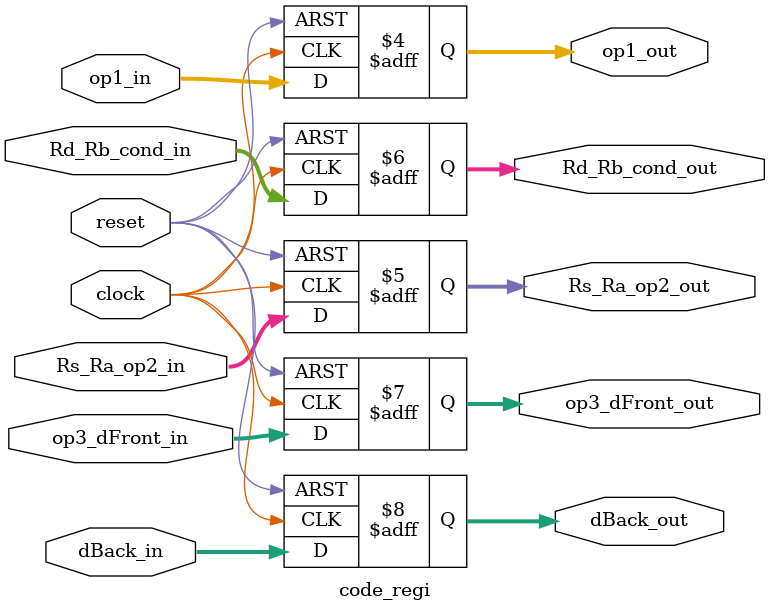
<source format=v>
module code_regi (
	input clock, 
	input reset, 
	input [1:0] op1_in,
	input [2:0] Rs_Ra_op2_in, Rd_Rb_cond_in,
	input [3:0] op3_dFront_in, dBack_in,
	output reg [1:0] op1_out,
	output reg [2:0] Rs_Ra_op2_out, Rd_Rb_cond_out,
	output reg [3:0] op3_dFront_out, dBack_out);
	
	always @(posedge clock or negedge reset) begin
		if (reset == 1'b0) begin
			op1_out <= 2'b00;
			Rs_Ra_op2_out <= 3'b000;
			Rd_Rb_cond_out <= 3'b000;
			op3_dFront_out <= 4'b0000;
			dBack_out <= 4'b0000;
		end else if (clock == 1'b1) begin
			op1_out <= op1_in;
			Rs_Ra_op2_out <= Rs_Ra_op2_in;
			Rd_Rb_cond_out <= Rd_Rb_cond_in;
			op3_dFront_out <= op3_dFront_in;
			dBack_out <= dBack_in;
		end
	end
	
endmodule

</source>
